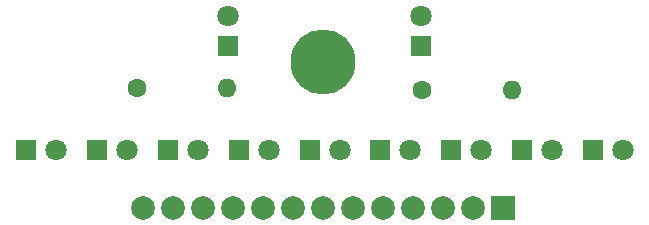
<source format=gts>
%TF.GenerationSoftware,KiCad,Pcbnew,8.0.1*%
%TF.CreationDate,2024-08-23T15:17:34+02:00*%
%TF.ProjectId,BMW_E30_VFL_SI_Indicator_LED,424d575f-4533-4305-9f56-464c5f53495f,rev?*%
%TF.SameCoordinates,Original*%
%TF.FileFunction,Soldermask,Top*%
%TF.FilePolarity,Negative*%
%FSLAX46Y46*%
G04 Gerber Fmt 4.6, Leading zero omitted, Abs format (unit mm)*
G04 Created by KiCad (PCBNEW 8.0.1) date 2024-08-23 15:17:34*
%MOMM*%
%LPD*%
G01*
G04 APERTURE LIST*
%ADD10C,5.500000*%
%ADD11R,1.800000X1.800000*%
%ADD12C,1.800000*%
%ADD13R,2.000000X2.000000*%
%ADD14C,2.000000*%
%ADD15C,1.600000*%
%ADD16O,1.600000X1.600000*%
G04 APERTURE END LIST*
D10*
%TO.C,H1*%
X150300000Y-78000000D03*
%TD*%
D11*
%TO.C,D5*%
X149125000Y-85500000D03*
D12*
X151665000Y-85500000D03*
%TD*%
D11*
%TO.C,D9*%
X125125000Y-85500000D03*
D12*
X127665000Y-85500000D03*
%TD*%
D11*
%TO.C,D11*%
X142250000Y-76650000D03*
D12*
X142250000Y-74110000D03*
%TD*%
D11*
%TO.C,D1*%
X173125000Y-85500000D03*
D12*
X175665000Y-85500000D03*
%TD*%
D11*
%TO.C,D4*%
X155125000Y-85500000D03*
D12*
X157665000Y-85500000D03*
%TD*%
D11*
%TO.C,D10*%
X158525000Y-76675000D03*
D12*
X158525000Y-74135000D03*
%TD*%
D11*
%TO.C,D6*%
X143125000Y-85500000D03*
D12*
X145665000Y-85500000D03*
%TD*%
D11*
%TO.C,D7*%
X137125000Y-85500000D03*
D12*
X139665000Y-85500000D03*
%TD*%
D11*
%TO.C,D8*%
X131125000Y-85500000D03*
D12*
X133665000Y-85500000D03*
%TD*%
D11*
%TO.C,D3*%
X161125000Y-85500000D03*
D12*
X163665000Y-85500000D03*
%TD*%
D13*
%TO.C,J1*%
X165540000Y-90360000D03*
D14*
X163000000Y-90360000D03*
X160460000Y-90360000D03*
X157920000Y-90360000D03*
X155380000Y-90360000D03*
X152840000Y-90360000D03*
X150300000Y-90360000D03*
X147760000Y-90360000D03*
X145220000Y-90360000D03*
X142680000Y-90360000D03*
X140140000Y-90360000D03*
X137600000Y-90360000D03*
X135060000Y-90360000D03*
%TD*%
D11*
%TO.C,D2*%
X167125000Y-85500000D03*
D12*
X169665000Y-85500000D03*
%TD*%
D15*
%TO.C,R2*%
X158640000Y-80400000D03*
D16*
X166260000Y-80400000D03*
%TD*%
D15*
%TO.C,R1*%
X134490000Y-80250000D03*
D16*
X142110000Y-80250000D03*
%TD*%
M02*

</source>
